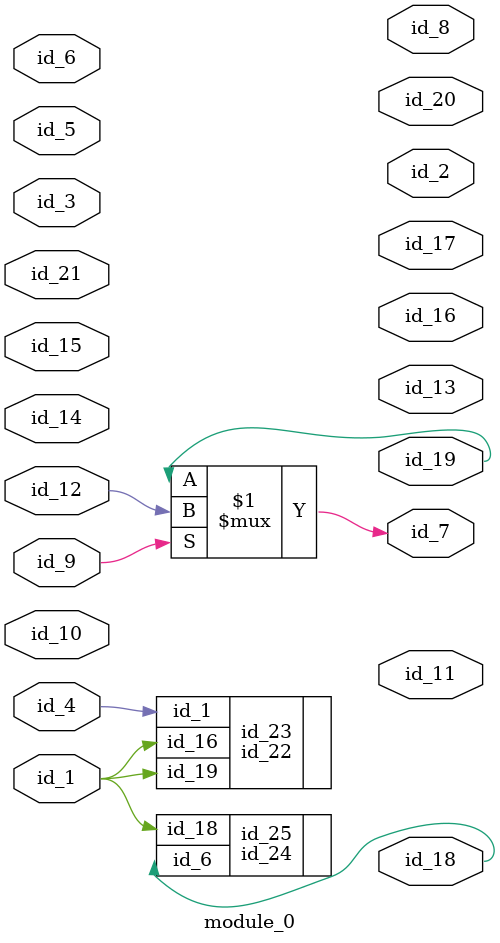
<source format=v>
module module_0 (
    id_1,
    id_2,
    id_3,
    id_4,
    id_5,
    id_6,
    id_7,
    id_8,
    id_9,
    id_10,
    id_11,
    id_12,
    id_13,
    id_14,
    id_15,
    id_16,
    id_17,
    id_18,
    id_19,
    id_20,
    id_21
);
  input id_21;
  output id_20;
  output id_19;
  output id_18;
  output id_17;
  output id_16;
  input id_15;
  input id_14;
  output id_13;
  input id_12;
  output id_11;
  input id_10;
  input id_9;
  output id_8;
  output id_7;
  input id_6;
  input id_5;
  input id_4;
  input id_3;
  output id_2;
  input id_1;
  assign id_7 = id_9 ? id_12 : id_19;
  id_22 id_23 (
      .id_16(id_1),
      .id_19(id_1),
      .id_1 (id_4)
  );
  id_24 id_25 (
      .id_18(id_1),
      .id_6 (id_18)
  );
endmodule

</source>
